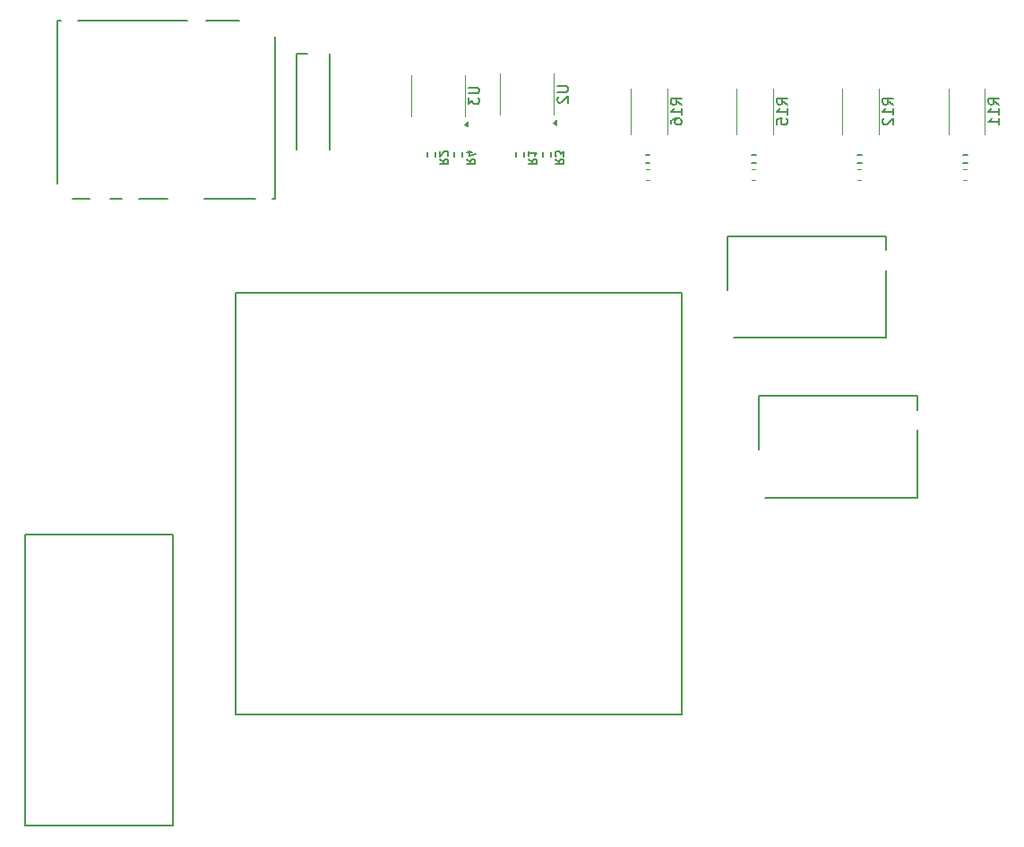
<source format=gbo>
G04 #@! TF.GenerationSoftware,KiCad,Pcbnew,8.0.9-8.0.9-0~ubuntu24.04.1*
G04 #@! TF.CreationDate,2025-06-27T01:07:59+00:00*
G04 #@! TF.ProjectId,EP91Starlet,45503931-5374-4617-926c-65742e6b6963,rev?*
G04 #@! TF.SameCoordinates,Original*
G04 #@! TF.FileFunction,Legend,Bot*
G04 #@! TF.FilePolarity,Positive*
%FSLAX46Y46*%
G04 Gerber Fmt 4.6, Leading zero omitted, Abs format (unit mm)*
G04 Created by KiCad (PCBNEW 8.0.9-8.0.9-0~ubuntu24.04.1) date 2025-06-27 01:07:59*
%MOMM*%
%LPD*%
G01*
G04 APERTURE LIST*
%ADD10C,0.150000*%
%ADD11C,0.170000*%
%ADD12C,0.200000*%
%ADD13C,0.203200*%
%ADD14C,0.120000*%
G04 APERTURE END LIST*
D10*
X97778819Y72544358D02*
X97302628Y72877691D01*
X97778819Y73115786D02*
X96778819Y73115786D01*
X96778819Y73115786D02*
X96778819Y72734834D01*
X96778819Y72734834D02*
X96826438Y72639596D01*
X96826438Y72639596D02*
X96874057Y72591977D01*
X96874057Y72591977D02*
X96969295Y72544358D01*
X96969295Y72544358D02*
X97112152Y72544358D01*
X97112152Y72544358D02*
X97207390Y72591977D01*
X97207390Y72591977D02*
X97255009Y72639596D01*
X97255009Y72639596D02*
X97302628Y72734834D01*
X97302628Y72734834D02*
X97302628Y73115786D01*
X97778819Y71591977D02*
X97778819Y72163405D01*
X97778819Y71877691D02*
X96778819Y71877691D01*
X96778819Y71877691D02*
X96921676Y71972929D01*
X96921676Y71972929D02*
X97016914Y72068167D01*
X97016914Y72068167D02*
X97064533Y72163405D01*
X97778819Y70639596D02*
X97778819Y71211024D01*
X97778819Y70925310D02*
X96778819Y70925310D01*
X96778819Y70925310D02*
X96921676Y71020548D01*
X96921676Y71020548D02*
X97016914Y71115786D01*
X97016914Y71115786D02*
X97064533Y71211024D01*
X77778819Y72544358D02*
X77302628Y72877691D01*
X77778819Y73115786D02*
X76778819Y73115786D01*
X76778819Y73115786D02*
X76778819Y72734834D01*
X76778819Y72734834D02*
X76826438Y72639596D01*
X76826438Y72639596D02*
X76874057Y72591977D01*
X76874057Y72591977D02*
X76969295Y72544358D01*
X76969295Y72544358D02*
X77112152Y72544358D01*
X77112152Y72544358D02*
X77207390Y72591977D01*
X77207390Y72591977D02*
X77255009Y72639596D01*
X77255009Y72639596D02*
X77302628Y72734834D01*
X77302628Y72734834D02*
X77302628Y73115786D01*
X77778819Y71591977D02*
X77778819Y72163405D01*
X77778819Y71877691D02*
X76778819Y71877691D01*
X76778819Y71877691D02*
X76921676Y71972929D01*
X76921676Y71972929D02*
X77016914Y72068167D01*
X77016914Y72068167D02*
X77064533Y72163405D01*
X76778819Y70687215D02*
X76778819Y71163405D01*
X76778819Y71163405D02*
X77255009Y71211024D01*
X77255009Y71211024D02*
X77207390Y71163405D01*
X77207390Y71163405D02*
X77159771Y71068167D01*
X77159771Y71068167D02*
X77159771Y70830072D01*
X77159771Y70830072D02*
X77207390Y70734834D01*
X77207390Y70734834D02*
X77255009Y70687215D01*
X77255009Y70687215D02*
X77350247Y70639596D01*
X77350247Y70639596D02*
X77588342Y70639596D01*
X77588342Y70639596D02*
X77683580Y70687215D01*
X77683580Y70687215D02*
X77731200Y70734834D01*
X77731200Y70734834D02*
X77778819Y70830072D01*
X77778819Y70830072D02*
X77778819Y71068167D01*
X77778819Y71068167D02*
X77731200Y71163405D01*
X77731200Y71163405D02*
X77683580Y71211024D01*
D11*
X44921014Y67374093D02*
X45311490Y67100760D01*
X44921014Y66905522D02*
X45741014Y66905522D01*
X45741014Y66905522D02*
X45741014Y67217903D01*
X45741014Y67217903D02*
X45701966Y67295998D01*
X45701966Y67295998D02*
X45662919Y67335045D01*
X45662919Y67335045D02*
X45584823Y67374093D01*
X45584823Y67374093D02*
X45467681Y67374093D01*
X45467681Y67374093D02*
X45389585Y67335045D01*
X45389585Y67335045D02*
X45350538Y67295998D01*
X45350538Y67295998D02*
X45311490Y67217903D01*
X45311490Y67217903D02*
X45311490Y66905522D01*
X45662919Y67686474D02*
X45701966Y67725522D01*
X45701966Y67725522D02*
X45741014Y67803617D01*
X45741014Y67803617D02*
X45741014Y67998855D01*
X45741014Y67998855D02*
X45701966Y68076950D01*
X45701966Y68076950D02*
X45662919Y68115998D01*
X45662919Y68115998D02*
X45584823Y68155045D01*
X45584823Y68155045D02*
X45506728Y68155045D01*
X45506728Y68155045D02*
X45389585Y68115998D01*
X45389585Y68115998D02*
X44921014Y67647426D01*
X44921014Y67647426D02*
X44921014Y68155045D01*
X53303014Y67374093D02*
X53693490Y67100760D01*
X53303014Y66905522D02*
X54123014Y66905522D01*
X54123014Y66905522D02*
X54123014Y67217903D01*
X54123014Y67217903D02*
X54083966Y67295998D01*
X54083966Y67295998D02*
X54044919Y67335045D01*
X54044919Y67335045D02*
X53966823Y67374093D01*
X53966823Y67374093D02*
X53849681Y67374093D01*
X53849681Y67374093D02*
X53771585Y67335045D01*
X53771585Y67335045D02*
X53732538Y67295998D01*
X53732538Y67295998D02*
X53693490Y67217903D01*
X53693490Y67217903D02*
X53693490Y66905522D01*
X53303014Y68155045D02*
X53303014Y67686474D01*
X53303014Y67920760D02*
X54123014Y67920760D01*
X54123014Y67920760D02*
X54005871Y67842664D01*
X54005871Y67842664D02*
X53927776Y67764569D01*
X53927776Y67764569D02*
X53888728Y67686474D01*
D10*
X67778819Y72544358D02*
X67302628Y72877691D01*
X67778819Y73115786D02*
X66778819Y73115786D01*
X66778819Y73115786D02*
X66778819Y72734834D01*
X66778819Y72734834D02*
X66826438Y72639596D01*
X66826438Y72639596D02*
X66874057Y72591977D01*
X66874057Y72591977D02*
X66969295Y72544358D01*
X66969295Y72544358D02*
X67112152Y72544358D01*
X67112152Y72544358D02*
X67207390Y72591977D01*
X67207390Y72591977D02*
X67255009Y72639596D01*
X67255009Y72639596D02*
X67302628Y72734834D01*
X67302628Y72734834D02*
X67302628Y73115786D01*
X67778819Y71591977D02*
X67778819Y72163405D01*
X67778819Y71877691D02*
X66778819Y71877691D01*
X66778819Y71877691D02*
X66921676Y71972929D01*
X66921676Y71972929D02*
X67016914Y72068167D01*
X67016914Y72068167D02*
X67064533Y72163405D01*
X66778819Y70734834D02*
X66778819Y70925310D01*
X66778819Y70925310D02*
X66826438Y71020548D01*
X66826438Y71020548D02*
X66874057Y71068167D01*
X66874057Y71068167D02*
X67016914Y71163405D01*
X67016914Y71163405D02*
X67207390Y71211024D01*
X67207390Y71211024D02*
X67588342Y71211024D01*
X67588342Y71211024D02*
X67683580Y71163405D01*
X67683580Y71163405D02*
X67731200Y71115786D01*
X67731200Y71115786D02*
X67778819Y71020548D01*
X67778819Y71020548D02*
X67778819Y70830072D01*
X67778819Y70830072D02*
X67731200Y70734834D01*
X67731200Y70734834D02*
X67683580Y70687215D01*
X67683580Y70687215D02*
X67588342Y70639596D01*
X67588342Y70639596D02*
X67350247Y70639596D01*
X67350247Y70639596D02*
X67255009Y70687215D01*
X67255009Y70687215D02*
X67207390Y70734834D01*
X67207390Y70734834D02*
X67159771Y70830072D01*
X67159771Y70830072D02*
X67159771Y71020548D01*
X67159771Y71020548D02*
X67207390Y71115786D01*
X67207390Y71115786D02*
X67255009Y71163405D01*
X67255009Y71163405D02*
X67350247Y71211024D01*
D11*
X55843014Y67374093D02*
X56233490Y67100760D01*
X55843014Y66905522D02*
X56663014Y66905522D01*
X56663014Y66905522D02*
X56663014Y67217903D01*
X56663014Y67217903D02*
X56623966Y67295998D01*
X56623966Y67295998D02*
X56584919Y67335045D01*
X56584919Y67335045D02*
X56506823Y67374093D01*
X56506823Y67374093D02*
X56389681Y67374093D01*
X56389681Y67374093D02*
X56311585Y67335045D01*
X56311585Y67335045D02*
X56272538Y67295998D01*
X56272538Y67295998D02*
X56233490Y67217903D01*
X56233490Y67217903D02*
X56233490Y66905522D01*
X56663014Y67647426D02*
X56663014Y68155045D01*
X56663014Y68155045D02*
X56350633Y67881712D01*
X56350633Y67881712D02*
X56350633Y67998855D01*
X56350633Y67998855D02*
X56311585Y68076950D01*
X56311585Y68076950D02*
X56272538Y68115998D01*
X56272538Y68115998D02*
X56194442Y68155045D01*
X56194442Y68155045D02*
X55999204Y68155045D01*
X55999204Y68155045D02*
X55921109Y68115998D01*
X55921109Y68115998D02*
X55882062Y68076950D01*
X55882062Y68076950D02*
X55843014Y67998855D01*
X55843014Y67998855D02*
X55843014Y67764569D01*
X55843014Y67764569D02*
X55882062Y67686474D01*
X55882062Y67686474D02*
X55921109Y67647426D01*
X47461014Y67374093D02*
X47851490Y67100760D01*
X47461014Y66905522D02*
X48281014Y66905522D01*
X48281014Y66905522D02*
X48281014Y67217903D01*
X48281014Y67217903D02*
X48241966Y67295998D01*
X48241966Y67295998D02*
X48202919Y67335045D01*
X48202919Y67335045D02*
X48124823Y67374093D01*
X48124823Y67374093D02*
X48007681Y67374093D01*
X48007681Y67374093D02*
X47929585Y67335045D01*
X47929585Y67335045D02*
X47890538Y67295998D01*
X47890538Y67295998D02*
X47851490Y67217903D01*
X47851490Y67217903D02*
X47851490Y66905522D01*
X48007681Y68076950D02*
X47461014Y68076950D01*
X48320062Y67881712D02*
X47734347Y67686474D01*
X47734347Y67686474D02*
X47734347Y68194093D01*
D10*
X47647819Y74156905D02*
X48457342Y74156905D01*
X48457342Y74156905D02*
X48552580Y74109286D01*
X48552580Y74109286D02*
X48600200Y74061667D01*
X48600200Y74061667D02*
X48647819Y73966429D01*
X48647819Y73966429D02*
X48647819Y73775953D01*
X48647819Y73775953D02*
X48600200Y73680715D01*
X48600200Y73680715D02*
X48552580Y73633096D01*
X48552580Y73633096D02*
X48457342Y73585477D01*
X48457342Y73585477D02*
X47647819Y73585477D01*
X47647819Y73204524D02*
X47647819Y72585477D01*
X47647819Y72585477D02*
X48028771Y72918810D01*
X48028771Y72918810D02*
X48028771Y72775953D01*
X48028771Y72775953D02*
X48076390Y72680715D01*
X48076390Y72680715D02*
X48124009Y72633096D01*
X48124009Y72633096D02*
X48219247Y72585477D01*
X48219247Y72585477D02*
X48457342Y72585477D01*
X48457342Y72585477D02*
X48552580Y72633096D01*
X48552580Y72633096D02*
X48600200Y72680715D01*
X48600200Y72680715D02*
X48647819Y72775953D01*
X48647819Y72775953D02*
X48647819Y73061667D01*
X48647819Y73061667D02*
X48600200Y73156905D01*
X48600200Y73156905D02*
X48552580Y73204524D01*
X87778819Y72544358D02*
X87302628Y72877691D01*
X87778819Y73115786D02*
X86778819Y73115786D01*
X86778819Y73115786D02*
X86778819Y72734834D01*
X86778819Y72734834D02*
X86826438Y72639596D01*
X86826438Y72639596D02*
X86874057Y72591977D01*
X86874057Y72591977D02*
X86969295Y72544358D01*
X86969295Y72544358D02*
X87112152Y72544358D01*
X87112152Y72544358D02*
X87207390Y72591977D01*
X87207390Y72591977D02*
X87255009Y72639596D01*
X87255009Y72639596D02*
X87302628Y72734834D01*
X87302628Y72734834D02*
X87302628Y73115786D01*
X87778819Y71591977D02*
X87778819Y72163405D01*
X87778819Y71877691D02*
X86778819Y71877691D01*
X86778819Y71877691D02*
X86921676Y71972929D01*
X86921676Y71972929D02*
X87016914Y72068167D01*
X87016914Y72068167D02*
X87064533Y72163405D01*
X86874057Y71211024D02*
X86826438Y71163405D01*
X86826438Y71163405D02*
X86778819Y71068167D01*
X86778819Y71068167D02*
X86778819Y70830072D01*
X86778819Y70830072D02*
X86826438Y70734834D01*
X86826438Y70734834D02*
X86874057Y70687215D01*
X86874057Y70687215D02*
X86969295Y70639596D01*
X86969295Y70639596D02*
X87064533Y70639596D01*
X87064533Y70639596D02*
X87207390Y70687215D01*
X87207390Y70687215D02*
X87778819Y71258643D01*
X87778819Y71258643D02*
X87778819Y70639596D01*
X56029819Y74286905D02*
X56839342Y74286905D01*
X56839342Y74286905D02*
X56934580Y74239286D01*
X56934580Y74239286D02*
X56982200Y74191667D01*
X56982200Y74191667D02*
X57029819Y74096429D01*
X57029819Y74096429D02*
X57029819Y73905953D01*
X57029819Y73905953D02*
X56982200Y73810715D01*
X56982200Y73810715D02*
X56934580Y73763096D01*
X56934580Y73763096D02*
X56839342Y73715477D01*
X56839342Y73715477D02*
X56029819Y73715477D01*
X56125057Y73286905D02*
X56077438Y73239286D01*
X56077438Y73239286D02*
X56029819Y73144048D01*
X56029819Y73144048D02*
X56029819Y72905953D01*
X56029819Y72905953D02*
X56077438Y72810715D01*
X56077438Y72810715D02*
X56125057Y72763096D01*
X56125057Y72763096D02*
X56220295Y72715477D01*
X56220295Y72715477D02*
X56315533Y72715477D01*
X56315533Y72715477D02*
X56458390Y72763096D01*
X56458390Y72763096D02*
X57029819Y73334524D01*
X57029819Y73334524D02*
X57029819Y72715477D01*
D12*
G04 #@! TO.C,M3*
X31406000Y77372000D02*
X31406000Y68272000D01*
X31406000Y77372000D02*
X32406002Y77372000D01*
X34506003Y77372000D02*
X34506003Y68272000D01*
G04 #@! TO.C,M2*
X25675999Y54734001D02*
X25675996Y14834002D01*
X26975996Y14834002D02*
X25675996Y14834002D01*
X67775999Y54734001D02*
X25675999Y54734001D01*
X67775999Y54734001D02*
X67775999Y14834002D01*
X67775999Y14834002D02*
X26975996Y14834002D01*
G04 #@! TO.C,M6*
X8802000Y80442000D02*
X8802000Y65042000D01*
X8802000Y80442000D02*
X9102000Y80442000D01*
X10252000Y63642003D02*
X11802000Y63641998D01*
X10702000Y80442000D02*
X21102002Y80442000D01*
X13802002Y63642003D02*
X14902005Y63642003D01*
X16502000Y63642003D02*
X19202000Y63642003D01*
X22702002Y63642003D02*
X27502002Y63642003D01*
X22802000Y80442000D02*
X26002003Y80442000D01*
X29102002Y63642001D02*
X29402000Y63642001D01*
X29401998Y78942000D02*
X29402000Y63642001D01*
G04 #@! TO.C,M4*
X5774000Y31842000D02*
X19674000Y31842000D01*
X19674000Y4342000D01*
X5774000Y4342000D01*
X5774000Y31842000D01*
G04 #@! TO.C,M5*
X75100000Y44985000D02*
X75100000Y39885000D01*
X75700000Y35385000D02*
X90100000Y35385000D01*
X90100000Y44985000D02*
X75100000Y44985000D01*
X90100000Y44985000D02*
X90100000Y43685000D01*
X90100000Y35385000D02*
X90100000Y41785000D01*
G04 #@! TO.C,M1*
X72105000Y60084000D02*
X72105000Y54984000D01*
X72705000Y50484000D02*
X87105000Y50484000D01*
X87105000Y60084000D02*
X72105000Y60084000D01*
X87105000Y60084000D02*
X87105000Y58784000D01*
X87105000Y50484000D02*
X87105000Y56884000D01*
D13*
G04 #@! TO.C,R13*
X74792443Y67790851D02*
X74392444Y67790840D01*
X74793500Y67045015D02*
X74393500Y67045005D01*
D14*
G04 #@! TO.C,R11*
X92994000Y74078564D02*
X92994000Y69724436D01*
X96414000Y74078564D02*
X96414000Y69724436D01*
G04 #@! TO.C,F2*
X84418221Y66406000D02*
X84743779Y66406000D01*
X84418221Y65386000D02*
X84743779Y65386000D01*
G04 #@! TO.C,R15*
X72994000Y74078564D02*
X72994000Y69724436D01*
X76414000Y74078564D02*
X76414000Y69724436D01*
D13*
G04 #@! TO.C,R2*
X43787149Y68032943D02*
X43787160Y67632944D01*
X44532985Y68034000D02*
X44532995Y67634000D01*
G04 #@! TO.C,R1*
X52169149Y68032943D02*
X52169160Y67632944D01*
X52914985Y68034000D02*
X52914995Y67634000D01*
D14*
G04 #@! TO.C,R16*
X62994000Y74078564D02*
X62994000Y69724436D01*
X66414000Y74078564D02*
X66414000Y69724436D01*
D13*
G04 #@! TO.C,R3*
X54709149Y68032943D02*
X54709160Y67632944D01*
X55454985Y68034000D02*
X55454995Y67634000D01*
G04 #@! TO.C,R4*
X46327149Y68032943D02*
X46327160Y67632944D01*
X47072985Y68034000D02*
X47072995Y67634000D01*
G04 #@! TO.C,R14*
X64792443Y67790851D02*
X64392444Y67790840D01*
X64793500Y67045015D02*
X64393500Y67045005D01*
D14*
G04 #@! TO.C,U3*
X42233000Y75345000D02*
X42233000Y73395000D01*
X42233000Y71445000D02*
X42233000Y73395000D01*
X47353000Y75345000D02*
X47353000Y73395000D01*
X47353000Y71445000D02*
X47353000Y73395000D01*
X47588000Y70455000D02*
X47258000Y70695000D01*
X47588000Y70935000D01*
X47588000Y70455000D01*
G36*
X47588000Y70455000D02*
G01*
X47258000Y70695000D01*
X47588000Y70935000D01*
X47588000Y70455000D01*
G37*
D13*
G04 #@! TO.C,R10*
X84792443Y67790851D02*
X84392444Y67790840D01*
X84793500Y67045015D02*
X84393500Y67045005D01*
G04 #@! TO.C,R9*
X94792443Y67790851D02*
X94392444Y67790840D01*
X94793500Y67045015D02*
X94393500Y67045005D01*
D14*
G04 #@! TO.C,F1*
X94418221Y66406000D02*
X94743779Y66406000D01*
X94418221Y65386000D02*
X94743779Y65386000D01*
G04 #@! TO.C,R12*
X82994000Y74078564D02*
X82994000Y69724436D01*
X86414000Y74078564D02*
X86414000Y69724436D01*
G04 #@! TO.C,F4*
X64418221Y66406000D02*
X64743779Y66406000D01*
X64418221Y65386000D02*
X64743779Y65386000D01*
G04 #@! TO.C,F3*
X74418221Y66406000D02*
X74743779Y66406000D01*
X74418221Y65386000D02*
X74743779Y65386000D01*
G04 #@! TO.C,U2*
X50615000Y75475000D02*
X50615000Y73525000D01*
X50615000Y71575000D02*
X50615000Y73525000D01*
X55735000Y75475000D02*
X55735000Y73525000D01*
X55735000Y71575000D02*
X55735000Y73525000D01*
X55970000Y70585000D02*
X55640000Y70825000D01*
X55970000Y71065000D01*
X55970000Y70585000D01*
G36*
X55970000Y70585000D02*
G01*
X55640000Y70825000D01*
X55970000Y71065000D01*
X55970000Y70585000D01*
G37*
G04 #@! TD*
M02*

</source>
